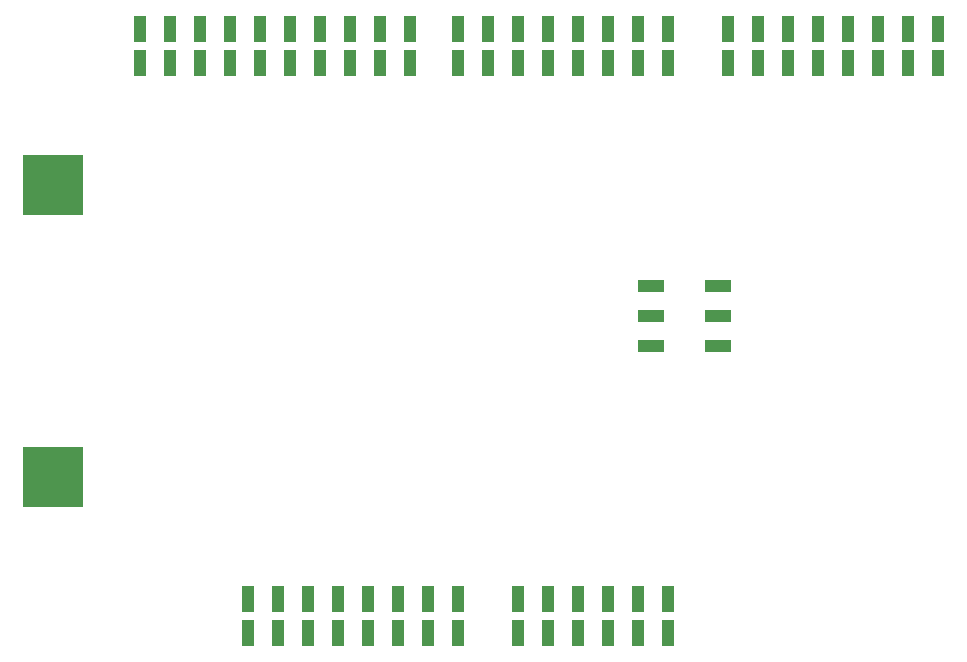
<source format=gbp>
%FSLAX24Y24*%
%MOIN*%
G70*
G01*
G75*
G04 Layer_Color=128*
%ADD10C,0.0060*%
%ADD11C,0.0150*%
%ADD12C,0.0138*%
%ADD13C,0.0138*%
%ADD14C,0.0080*%
%ADD15C,0.0080*%
%ADD16C,0.0150*%
%ADD17R,0.0354X0.0138*%
%ADD18R,0.0400X0.0300*%
%ADD19C,0.0394*%
%ADD20R,0.0472X0.0512*%
%ADD21R,0.0315X0.0295*%
%ADD22R,0.0228X0.0197*%
%ADD23R,0.0256X0.0335*%
%ADD24R,0.0551X0.0630*%
%ADD25R,0.0610X0.0748*%
%ADD26R,0.0532X0.0157*%
%ADD27R,0.0394X0.0335*%
%ADD28R,0.0236X0.0335*%
%ADD29R,0.0276X0.0118*%
%ADD30R,0.0472X0.0433*%
%ADD31O,0.0650X0.0118*%
%ADD32O,0.0118X0.0650*%
%ADD33O,0.0256X0.0079*%
%ADD34O,0.0079X0.0256*%
%ADD35R,0.1850X0.1850*%
G04:AMPARAMS|DCode=36|XSize=47.2mil|YSize=43.3mil|CornerRadius=0mil|HoleSize=0mil|Usage=FLASHONLY|Rotation=225.000|XOffset=0mil|YOffset=0mil|HoleType=Round|Shape=Rectangle|*
%AMROTATEDRECTD36*
4,1,4,0.0014,0.0320,0.0320,0.0014,-0.0014,-0.0320,-0.0320,-0.0014,0.0014,0.0320,0.0*
%
%ADD36ROTATEDRECTD36*%

%ADD37R,0.0295X0.0315*%
%ADD38R,0.0197X0.0256*%
%ADD39R,0.0315X0.0295*%
%ADD40R,0.1500X0.0500*%
%ADD41R,0.0402X0.0862*%
%ADD42R,0.1083X0.0551*%
%ADD43R,0.0394X0.0709*%
%ADD44C,0.0079*%
%ADD45R,0.0197X0.0236*%
%ADD46R,0.0472X0.0984*%
%ADD47R,0.0945X0.0299*%
%ADD48C,0.0310*%
%ADD49R,0.1252X0.0500*%
%ADD50R,0.0236X0.0217*%
%ADD51R,0.0217X0.0236*%
G04:AMPARAMS|DCode=52|XSize=19.7mil|YSize=23.6mil|CornerRadius=0mil|HoleSize=0mil|Usage=FLASHONLY|Rotation=45.000|XOffset=0mil|YOffset=0mil|HoleType=Round|Shape=Rectangle|*
%AMROTATEDRECTD52*
4,1,4,0.0014,-0.0153,-0.0153,0.0014,-0.0014,0.0153,0.0153,-0.0014,0.0014,-0.0153,0.0*
%
%ADD52ROTATEDRECTD52*%

%ADD53R,0.0236X0.0197*%
%ADD54R,0.0299X0.0945*%
%ADD55C,0.0100*%
%ADD56C,0.0300*%
%ADD57C,0.0250*%
%ADD58C,0.0200*%
%ADD59C,0.0090*%
%ADD60C,0.0500*%
%ADD61C,0.0450*%
%ADD62R,0.0500X0.0300*%
%ADD63C,0.0591*%
%ADD64O,0.0630X0.0354*%
%ADD65C,0.0390*%
%ADD66C,0.0701*%
%ADD67R,0.0591X0.0591*%
%ADD68C,0.1260*%
%ADD69C,0.0260*%
%ADD70C,0.0240*%
%ADD71R,0.2000X0.2000*%
%ADD72R,0.0874X0.0402*%
%ADD73C,0.0098*%
%ADD74C,0.0059*%
%ADD75C,0.0236*%
%ADD76C,0.0079*%
%ADD77C,0.0050*%
%ADD78C,0.0060*%
%ADD79C,0.0118*%
%ADD80C,0.0110*%
%ADD81C,0.0003*%
%ADD82R,0.0197X0.1575*%
%ADD83O,0.0787X0.0591*%
%ADD84C,0.0240*%
%ADD85R,0.0414X0.0198*%
%ADD86R,0.0460X0.0360*%
%ADD87C,0.0454*%
%ADD88C,0.0787*%
%ADD89R,0.0532X0.0572*%
%ADD90R,0.0375X0.0355*%
%ADD91R,0.0288X0.0257*%
%ADD92R,0.0316X0.0395*%
%ADD93R,0.0611X0.0690*%
%ADD94R,0.0670X0.0808*%
%ADD95R,0.0592X0.0217*%
%ADD96R,0.0454X0.0395*%
%ADD97R,0.0296X0.0395*%
%ADD98R,0.0336X0.0178*%
%ADD99R,0.0532X0.0493*%
%ADD100O,0.0710X0.0178*%
%ADD101O,0.0178X0.0710*%
%ADD102O,0.0316X0.0139*%
%ADD103O,0.0139X0.0316*%
%ADD104R,0.1910X0.1910*%
G04:AMPARAMS|DCode=105|XSize=53.2mil|YSize=49.3mil|CornerRadius=0mil|HoleSize=0mil|Usage=FLASHONLY|Rotation=225.000|XOffset=0mil|YOffset=0mil|HoleType=Round|Shape=Rectangle|*
%AMROTATEDRECTD105*
4,1,4,0.0014,0.0363,0.0363,0.0014,-0.0014,-0.0363,-0.0363,-0.0014,0.0014,0.0363,0.0*
%
%ADD105ROTATEDRECTD105*%

%ADD106R,0.0355X0.0375*%
%ADD107R,0.0257X0.0316*%
%ADD108R,0.0375X0.0355*%
%ADD109R,0.1560X0.0560*%
%ADD110R,0.0462X0.0922*%
%ADD111R,0.1143X0.0611*%
%ADD112R,0.0454X0.0769*%
%ADD113C,0.0139*%
%ADD114R,0.0257X0.0296*%
%ADD115R,0.0532X0.1044*%
%ADD116R,0.1005X0.0359*%
%ADD117C,0.0370*%
%ADD118R,0.1312X0.0560*%
%ADD119R,0.0296X0.0277*%
%ADD120R,0.0277X0.0296*%
G04:AMPARAMS|DCode=121|XSize=25.7mil|YSize=29.6mil|CornerRadius=0mil|HoleSize=0mil|Usage=FLASHONLY|Rotation=45.000|XOffset=0mil|YOffset=0mil|HoleType=Round|Shape=Rectangle|*
%AMROTATEDRECTD121*
4,1,4,0.0014,-0.0196,-0.0196,0.0014,-0.0014,0.0196,0.0196,-0.0014,0.0014,-0.0196,0.0*
%
%ADD121ROTATEDRECTD121*%

%ADD122R,0.0296X0.0257*%
%ADD123R,0.0359X0.1005*%
%ADD124C,0.0651*%
%ADD125O,0.0690X0.0414*%
%ADD126C,0.0761*%
%ADD127R,0.0651X0.0651*%
%ADD128C,0.1320*%
%ADD129C,0.0300*%
%ADD130C,0.7087*%
%ADD131R,0.2060X0.2060*%
%ADD132R,0.0934X0.0462*%
D41*
X10400Y10077D02*
D03*
Y8923D02*
D03*
X9400Y10077D02*
D03*
Y8923D02*
D03*
X15400Y10077D02*
D03*
Y8923D02*
D03*
X14400D02*
D03*
Y10077D02*
D03*
X13400Y8923D02*
D03*
Y10077D02*
D03*
X11400Y8923D02*
D03*
Y10077D02*
D03*
X12400Y8923D02*
D03*
Y10077D02*
D03*
X16400D02*
D03*
Y8923D02*
D03*
X7400D02*
D03*
Y10077D02*
D03*
X8400Y8923D02*
D03*
Y10077D02*
D03*
X20000Y-8923D02*
D03*
Y-10077D02*
D03*
X24000D02*
D03*
Y-8923D02*
D03*
X25000Y-10077D02*
D03*
Y-8923D02*
D03*
X23000Y-10077D02*
D03*
Y-8923D02*
D03*
X22000Y-10077D02*
D03*
Y-8923D02*
D03*
X21000D02*
D03*
Y-10077D02*
D03*
X19000Y10077D02*
D03*
Y8923D02*
D03*
X18000Y10077D02*
D03*
Y8923D02*
D03*
X24000Y10077D02*
D03*
Y8923D02*
D03*
X23000D02*
D03*
Y10077D02*
D03*
X22000Y8923D02*
D03*
Y10077D02*
D03*
X20000Y8923D02*
D03*
Y10077D02*
D03*
X21000Y8923D02*
D03*
Y10077D02*
D03*
X25000D02*
D03*
Y8923D02*
D03*
X17000Y-10077D02*
D03*
Y-8923D02*
D03*
X18000Y-10077D02*
D03*
Y-8923D02*
D03*
X12000Y-10077D02*
D03*
Y-8923D02*
D03*
X13000D02*
D03*
Y-10077D02*
D03*
X14000Y-8923D02*
D03*
Y-10077D02*
D03*
X16000Y-8923D02*
D03*
Y-10077D02*
D03*
X15000Y-8923D02*
D03*
Y-10077D02*
D03*
X11000D02*
D03*
Y-8923D02*
D03*
X28000Y10077D02*
D03*
Y8923D02*
D03*
X27000Y10077D02*
D03*
Y8923D02*
D03*
X33000Y10077D02*
D03*
Y8923D02*
D03*
X32000D02*
D03*
Y10077D02*
D03*
X31000Y8923D02*
D03*
Y10077D02*
D03*
X29000Y8923D02*
D03*
Y10077D02*
D03*
X30000Y8923D02*
D03*
Y10077D02*
D03*
X34000D02*
D03*
Y8923D02*
D03*
D71*
X4499Y4862D02*
D03*
Y-4862D02*
D03*
D72*
X26662Y1500D02*
D03*
Y500D02*
D03*
X24438Y1500D02*
D03*
Y500D02*
D03*
X26662Y-500D02*
D03*
X24438D02*
D03*
M02*

</source>
